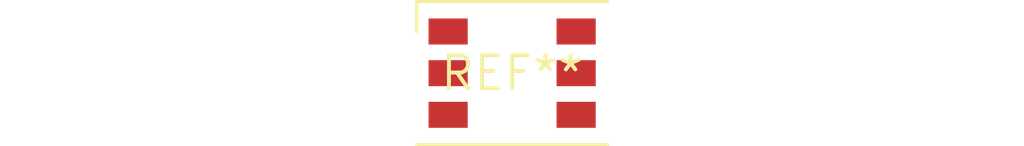
<source format=kicad_pcb>
(kicad_pcb (version 20240108) (generator pcbnew)
  (layers (0 "F.Cu" signal) (31 "B.Cu" signal) (34 "B.Paste" user) (35 "F.Paste" user) (36 "B.SilkS" user "B.Silkscreen") (37 "F.SilkS" user "F.Silkscreen") (38 "B.Mask" user) (39 "F.Mask" user) (44 "Edge.Cuts" user))
  (net 0 "")
  (footprint "LED_WS2812_PLCC6_5.0x5.0mm_P1.6mm" (layer "F.Cu") (at 0 0)
    (property "Reference" "REF**")
    (property "Value" "LED_WS2812_PLCC6_5.0x5.0mm_P1.6mm")
    (fp_line (start -3.65 -2.75) (end 3.65 -2.75) (layer "F.SilkS") (stroke (width 0.12)))
    (fp_line (start -3.65 -1.6) (end -3.65 -2.75) (layer "F.SilkS") (stroke (width 0.12)))
    (fp_line (start -3.65 2.75) (end 3.65 2.75) (layer "F.SilkS") (stroke (width 0.12)))
    (pad "1" smd rect (at -2.45 -1.6) (size 1.5 1) (layers "F.Cu" "F.Paste" "F.Mask"))
    (pad "2" smd rect (at -2.45 0) (size 1.5 1) (layers "F.Cu" "F.Paste" "F.Mask"))
    (pad "3" smd rect (at -2.45 1.6) (size 1.5 1) (layers "F.Cu" "F.Paste" "F.Mask"))
    (pad "4" smd rect (at 2.45 1.6) (size 1.5 1) (layers "F.Cu" "F.Paste" "F.Mask"))
    (pad "5" smd rect (at 2.45 0) (size 1.5 1) (layers "F.Cu" "F.Paste" "F.Mask"))
    (pad "6" smd rect (at 2.45 -1.6) (size 1.5 1) (layers "F.Cu" "F.Paste" "F.Mask"))
  )
)
</source>
